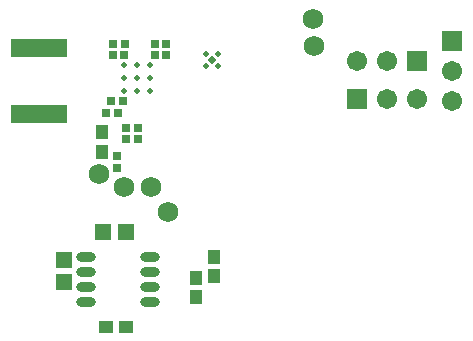
<source format=gbs>
G04 Layer_Color=16711935*
%FSLAX25Y25*%
%MOIN*%
G70*
G01*
G75*
%ADD48C,0.01968*%
%ADD50P,0.02784X4X360.0*%
%ADD51P,0.02227X4X360.0*%
%ADD55R,0.02768X0.03162*%
%ADD58R,0.05524X0.05288*%
%ADD59R,0.04147X0.04599*%
%ADD64R,0.03162X0.02768*%
%ADD65R,0.04599X0.04147*%
%ADD66R,0.05288X0.05524*%
%ADD73C,0.06800*%
%ADD74C,0.06706*%
%ADD75R,0.06706X0.06706*%
%ADD76R,0.06706X0.06706*%
%ADD77R,0.18753X0.05918*%
%ADD78O,0.06509X0.03162*%
D48*
X37915Y45731D02*
D03*
X42246D02*
D03*
X46576D02*
D03*
X37915Y41400D02*
D03*
X42246D02*
D03*
X46576D02*
D03*
X37915Y37069D02*
D03*
X42246D02*
D03*
X46576D02*
D03*
D50*
X67300Y47400D02*
D03*
D51*
X65332Y49369D02*
D03*
Y45432D02*
D03*
X69269Y49369D02*
D03*
Y45432D02*
D03*
D55*
X35800Y11332D02*
D03*
Y15269D02*
D03*
D58*
X18200Y-26760D02*
D03*
Y-19240D02*
D03*
D59*
X30800Y16852D02*
D03*
Y23348D02*
D03*
X62000Y-31648D02*
D03*
Y-25152D02*
D03*
X68000Y-24748D02*
D03*
Y-18252D02*
D03*
D64*
X42669Y21100D02*
D03*
X38732D02*
D03*
X42669Y24700D02*
D03*
X38732D02*
D03*
X48232Y52700D02*
D03*
X52169D02*
D03*
X38269Y52800D02*
D03*
X34332D02*
D03*
X38168Y49200D02*
D03*
X34231D02*
D03*
X37769Y33700D02*
D03*
X33832D02*
D03*
X35969Y29800D02*
D03*
X32032D02*
D03*
X48232Y48900D02*
D03*
X52169D02*
D03*
D65*
X38648Y-41500D02*
D03*
X32152D02*
D03*
D66*
X31140Y-10000D02*
D03*
X38660D02*
D03*
D73*
X101100Y61200D02*
D03*
X29800Y9400D02*
D03*
X47100Y5200D02*
D03*
X101300Y52100D02*
D03*
X38200Y5200D02*
D03*
X52800Y-3400D02*
D03*
D74*
X135600Y34300D02*
D03*
X125600D02*
D03*
X115600Y46900D02*
D03*
X125600D02*
D03*
X147400Y33600D02*
D03*
Y43600D02*
D03*
D75*
X115600Y34300D02*
D03*
X135600Y46900D02*
D03*
D76*
X147400Y53600D02*
D03*
D77*
X9843Y29550D02*
D03*
Y51400D02*
D03*
D78*
X25372Y-33200D02*
D03*
Y-23200D02*
D03*
Y-28200D02*
D03*
Y-18200D02*
D03*
X46828Y-33200D02*
D03*
Y-28200D02*
D03*
Y-18200D02*
D03*
Y-23200D02*
D03*
M02*

</source>
